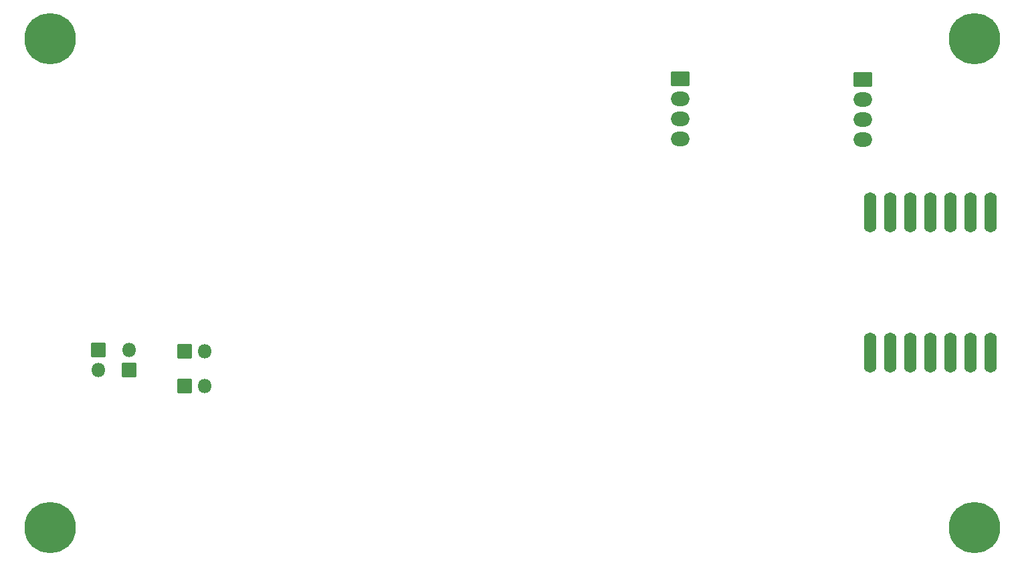
<source format=gbr>
%TF.GenerationSoftware,KiCad,Pcbnew,7.0.9*%
%TF.CreationDate,2024-10-16T13:46:26-06:00*%
%TF.ProjectId,sq_lockin_v9,73715f6c-6f63-46b6-996e-5f76392e6b69,rev?*%
%TF.SameCoordinates,Original*%
%TF.FileFunction,Soldermask,Bot*%
%TF.FilePolarity,Negative*%
%FSLAX46Y46*%
G04 Gerber Fmt 4.6, Leading zero omitted, Abs format (unit mm)*
G04 Created by KiCad (PCBNEW 7.0.9) date 2024-10-16 13:46:26*
%MOMM*%
%LPD*%
G01*
G04 APERTURE LIST*
G04 Aperture macros list*
%AMRoundRect*
0 Rectangle with rounded corners*
0 $1 Rounding radius*
0 $2 $3 $4 $5 $6 $7 $8 $9 X,Y pos of 4 corners*
0 Add a 4 corners polygon primitive as box body*
4,1,4,$2,$3,$4,$5,$6,$7,$8,$9,$2,$3,0*
0 Add four circle primitives for the rounded corners*
1,1,$1+$1,$2,$3*
1,1,$1+$1,$4,$5*
1,1,$1+$1,$6,$7*
1,1,$1+$1,$8,$9*
0 Add four rect primitives between the rounded corners*
20,1,$1+$1,$2,$3,$4,$5,0*
20,1,$1+$1,$4,$5,$6,$7,0*
20,1,$1+$1,$6,$7,$8,$9,0*
20,1,$1+$1,$8,$9,$2,$3,0*%
G04 Aperture macros list end*
%ADD10RoundRect,0.051000X0.850000X-0.850000X0.850000X0.850000X-0.850000X0.850000X-0.850000X-0.850000X0*%
%ADD11O,1.802000X1.802000*%
%ADD12RoundRect,0.051000X-0.850000X-0.850000X0.850000X-0.850000X0.850000X0.850000X-0.850000X0.850000X0*%
%ADD13RoundRect,0.051000X0.850000X0.850000X-0.850000X0.850000X-0.850000X-0.850000X0.850000X-0.850000X0*%
%ADD14RoundRect,0.051000X-1.125000X0.875000X-1.125000X-0.875000X1.125000X-0.875000X1.125000X0.875000X0*%
%ADD15O,2.352000X1.852000*%
%ADD16C,6.502000*%
%ADD17O,1.602000X5.102000*%
G04 APERTURE END LIST*
D10*
%TO.C,J4*%
X131000000Y-93600000D03*
D11*
X133540000Y-93600000D03*
%TD*%
D10*
%TO.C,J6*%
X131000000Y-98000000D03*
D11*
X133540000Y-98000000D03*
%TD*%
D12*
%TO.C,J2*%
X120100000Y-93425000D03*
D11*
X120100000Y-95965000D03*
%TD*%
D13*
%TO.C,J3*%
X124000000Y-96000000D03*
D11*
X124000000Y-93460000D03*
%TD*%
D14*
%TO.C,PS2*%
X216900000Y-59160000D03*
D15*
X216900000Y-61700000D03*
X216900000Y-64240000D03*
X216900000Y-66780000D03*
%TD*%
D16*
%TO.C,H2*%
X114000000Y-54000000D03*
%TD*%
D17*
%TO.C,U5*%
X233020000Y-76010000D03*
X230480000Y-76010000D03*
X227940000Y-76010000D03*
X225400000Y-76010000D03*
X222860000Y-76010000D03*
X220320000Y-76010000D03*
X217780000Y-76010000D03*
X217780000Y-93790000D03*
X220320000Y-93790000D03*
X222860000Y-93790000D03*
X225400000Y-93790000D03*
X227940000Y-93790000D03*
X230480000Y-93790000D03*
X233020000Y-93790000D03*
%TD*%
D14*
%TO.C,PS1*%
X193757500Y-59092500D03*
D15*
X193757500Y-61632500D03*
X193757500Y-64172500D03*
X193757500Y-66712500D03*
%TD*%
D16*
%TO.C,H4*%
X114000000Y-116000000D03*
%TD*%
%TO.C,H1*%
X231000000Y-116000000D03*
%TD*%
%TO.C,H3*%
X231000000Y-54000000D03*
%TD*%
M02*

</source>
